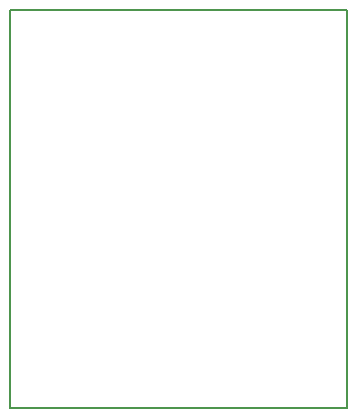
<source format=gm1>
%TF.GenerationSoftware,KiCad,Pcbnew,7.0.8*%
%TF.CreationDate,2023-12-28T22:14:51-05:00*%
%TF.ProjectId,petit-jtag,70657469-742d-46a7-9461-672e6b696361,1.0*%
%TF.SameCoordinates,PX8aadb58PY71d9820*%
%TF.FileFunction,Profile,NP*%
%FSLAX46Y46*%
G04 Gerber Fmt 4.6, Leading zero omitted, Abs format (unit mm)*
G04 Created by KiCad (PCBNEW 7.0.8) date 2023-12-28 22:14:51*
%MOMM*%
%LPD*%
G01*
G04 APERTURE LIST*
%TA.AperFunction,Profile*%
%ADD10C,0.177800*%
%TD*%
G04 APERTURE END LIST*
D10*
X28575000Y33655000D02*
X28575000Y0D01*
X0Y0D02*
X0Y33655000D01*
X28575000Y0D02*
X0Y0D01*
X0Y33655000D02*
X28575000Y33655000D01*
M02*

</source>
